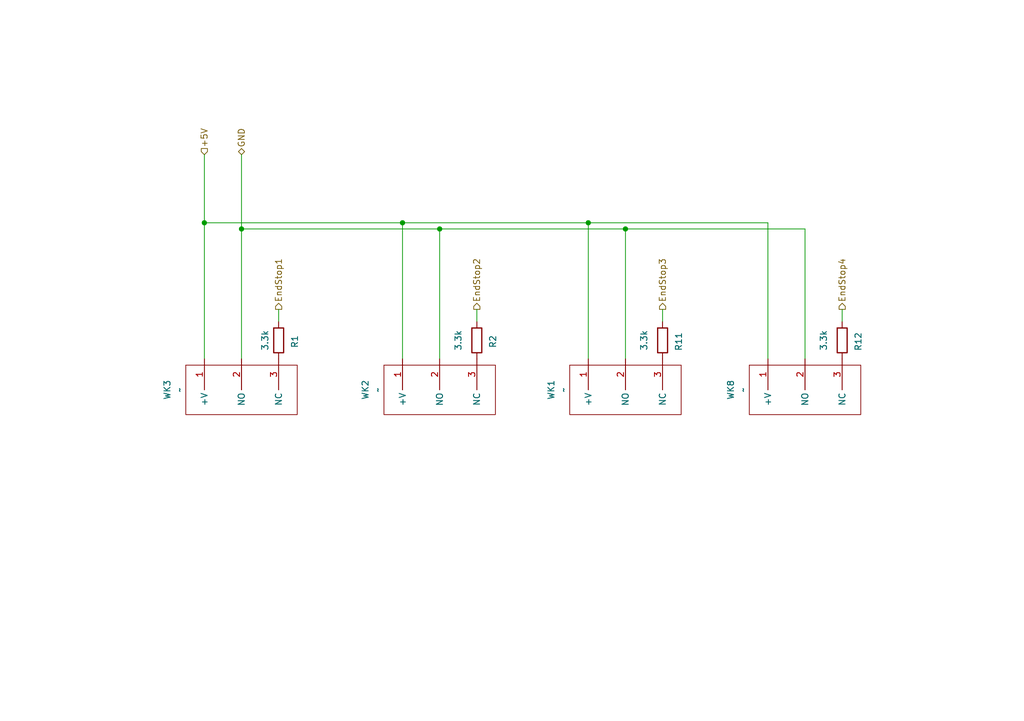
<source format=kicad_sch>
(kicad_sch
	(version 20231120)
	(generator "eeschema")
	(generator_version "8.0")
	(uuid "510b3b02-dc83-4d01-a93f-a0d70715cf2c")
	(paper "A5")
	(lib_symbols
		(symbol "Device:R"
			(pin_numbers hide)
			(pin_names
				(offset 0)
			)
			(exclude_from_sim no)
			(in_bom yes)
			(on_board yes)
			(property "Reference" "R"
				(at 2.032 0 90)
				(effects
					(font
						(size 1.27 1.27)
					)
				)
			)
			(property "Value" "R"
				(at 0 0 90)
				(effects
					(font
						(size 1.27 1.27)
					)
				)
			)
			(property "Footprint" ""
				(at -1.778 0 90)
				(effects
					(font
						(size 1.27 1.27)
					)
					(hide yes)
				)
			)
			(property "Datasheet" "~"
				(at 0 0 0)
				(effects
					(font
						(size 1.27 1.27)
					)
					(hide yes)
				)
			)
			(property "Description" "Resistor"
				(at 0 0 0)
				(effects
					(font
						(size 1.27 1.27)
					)
					(hide yes)
				)
			)
			(property "ki_keywords" "R res resistor"
				(at 0 0 0)
				(effects
					(font
						(size 1.27 1.27)
					)
					(hide yes)
				)
			)
			(property "ki_fp_filters" "R_*"
				(at 0 0 0)
				(effects
					(font
						(size 1.27 1.27)
					)
					(hide yes)
				)
			)
			(symbol "R_0_1"
				(rectangle
					(start -1.016 -2.54)
					(end 1.016 2.54)
					(stroke
						(width 0.254)
						(type default)
					)
					(fill
						(type none)
					)
				)
			)
			(symbol "R_1_1"
				(pin passive line
					(at 0 3.81 270)
					(length 1.27)
					(name "~"
						(effects
							(font
								(size 1.27 1.27)
							)
						)
					)
					(number "1"
						(effects
							(font
								(size 1.27 1.27)
							)
						)
					)
				)
				(pin passive line
					(at 0 -3.81 90)
					(length 1.27)
					(name "~"
						(effects
							(font
								(size 1.27 1.27)
							)
						)
					)
					(number "2"
						(effects
							(font
								(size 1.27 1.27)
							)
						)
					)
				)
			)
		)
		(symbol "End_stop_mechanical_sensor_1"
			(exclude_from_sim no)
			(in_bom yes)
			(on_board yes)
			(property "Reference" "WK8"
				(at 0 12.7 0)
				(effects
					(font
						(size 1.27 1.27)
					)
				)
			)
			(property "Value" "~"
				(at 0 10.16 0)
				(effects
					(font
						(size 1.27 1.27)
					)
				)
			)
			(property "Footprint" "Connector_Wire:SolderWire-0.127sqmm_1x03_P3.7mm_D0.48mm_OD1mm"
				(at 0 10.668 0)
				(effects
					(font
						(size 1.27 1.27)
					)
					(hide yes)
				)
			)
			(property "Datasheet" ""
				(at 0 10.668 0)
				(effects
					(font
						(size 1.27 1.27)
					)
					(hide yes)
				)
			)
			(property "Description" ""
				(at 0 10.668 0)
				(effects
					(font
						(size 1.27 1.27)
					)
					(hide yes)
				)
			)
			(symbol "End_stop_mechanical_sensor_1_0_1"
				(rectangle
					(start -5.08 8.89)
					(end 5.08 -13.97)
					(stroke
						(width 0)
						(type default)
					)
					(fill
						(type none)
					)
				)
			)
			(symbol "End_stop_mechanical_sensor_1_1_1"
				(pin passive line
					(at 6.35 5.08 180)
					(length 6.35)
					(name "+V"
						(effects
							(font
								(size 1.27 1.27)
							)
						)
					)
					(number "1"
						(effects
							(font
								(size 1.27 1.27)
							)
						)
					)
				)
				(pin passive line
					(at 6.35 -2.54 180)
					(length 6.35)
					(name "NO"
						(effects
							(font
								(size 1.27 1.27)
							)
						)
					)
					(number "2"
						(effects
							(font
								(size 1.27 1.27)
							)
						)
					)
				)
				(pin passive line
					(at 6.35 -10.16 180)
					(length 6.35)
					(name "NC"
						(effects
							(font
								(size 1.27 1.27)
							)
						)
					)
					(number "3"
						(effects
							(font
								(size 1.27 1.27)
							)
						)
					)
				)
			)
		)
	)
	(junction
		(at 49.53 46.99)
		(diameter 0)
		(color 0 0 0 0)
		(uuid "03caef98-cce3-40cf-9e79-793d0c3c4e1a")
	)
	(junction
		(at 120.65 45.72)
		(diameter 0)
		(color 0 0 0 0)
		(uuid "9d93f580-6f2b-4779-b5c9-a42742aa8689")
	)
	(junction
		(at 90.17 46.99)
		(diameter 0)
		(color 0 0 0 0)
		(uuid "cdfaed58-2a87-4504-b86d-eca2a8aaf85e")
	)
	(junction
		(at 128.27 46.99)
		(diameter 0)
		(color 0 0 0 0)
		(uuid "daedb510-0838-4121-a3ee-c73b96741917")
	)
	(junction
		(at 41.91 45.72)
		(diameter 0)
		(color 0 0 0 0)
		(uuid "dbd3ca03-9b39-4d93-bf2b-8b48785a31b9")
	)
	(junction
		(at 82.55 45.72)
		(diameter 0)
		(color 0 0 0 0)
		(uuid "f4159ab9-8c82-404e-abd9-0cf8f258f02f")
	)
	(wire
		(pts
			(xy 82.55 73.66) (xy 82.55 45.72)
		)
		(stroke
			(width 0)
			(type default)
		)
		(uuid "03c42147-ef39-46d9-acd8-050c18f8fac8")
	)
	(wire
		(pts
			(xy 165.1 46.99) (xy 128.27 46.99)
		)
		(stroke
			(width 0)
			(type default)
		)
		(uuid "06fc1840-66a8-4092-abc3-e743e376dd55")
	)
	(wire
		(pts
			(xy 41.91 31.75) (xy 41.91 45.72)
		)
		(stroke
			(width 0)
			(type default)
		)
		(uuid "113135f4-fb36-4971-80d5-aa9108a2c1f6")
	)
	(wire
		(pts
			(xy 97.79 63.5) (xy 97.79 66.04)
		)
		(stroke
			(width 0)
			(type default)
		)
		(uuid "14396733-0341-422f-bfeb-a2849abd9b35")
	)
	(wire
		(pts
			(xy 49.53 46.99) (xy 49.53 73.66)
		)
		(stroke
			(width 0)
			(type default)
		)
		(uuid "229cc981-6221-45c1-9050-5add8aab59d4")
	)
	(wire
		(pts
			(xy 128.27 73.66) (xy 128.27 46.99)
		)
		(stroke
			(width 0)
			(type default)
		)
		(uuid "4c8af223-0a88-49ab-a804-33232850acfc")
	)
	(wire
		(pts
			(xy 157.48 73.66) (xy 157.48 45.72)
		)
		(stroke
			(width 0)
			(type default)
		)
		(uuid "4eaa31d7-6cd8-40ac-9f83-ceccc3793547")
	)
	(wire
		(pts
			(xy 120.65 45.72) (xy 82.55 45.72)
		)
		(stroke
			(width 0)
			(type default)
		)
		(uuid "59332ba0-6bbf-4feb-80dd-776152a4be25")
	)
	(wire
		(pts
			(xy 49.53 31.75) (xy 49.53 46.99)
		)
		(stroke
			(width 0)
			(type default)
		)
		(uuid "62ae1e58-785a-42a5-bd7f-05123fdfc86a")
	)
	(wire
		(pts
			(xy 57.15 63.5) (xy 57.15 66.04)
		)
		(stroke
			(width 0)
			(type default)
		)
		(uuid "69a17024-37c4-4cec-874e-bac03765247a")
	)
	(wire
		(pts
			(xy 165.1 73.66) (xy 165.1 46.99)
		)
		(stroke
			(width 0)
			(type default)
		)
		(uuid "6e36ef06-af2e-4e18-b7c5-40670e569375")
	)
	(wire
		(pts
			(xy 41.91 45.72) (xy 41.91 73.66)
		)
		(stroke
			(width 0)
			(type default)
		)
		(uuid "742f6eb0-5711-439e-a807-7b81681415c0")
	)
	(wire
		(pts
			(xy 90.17 73.66) (xy 90.17 46.99)
		)
		(stroke
			(width 0)
			(type default)
		)
		(uuid "8c89ff8d-91ad-48ec-8b5c-29caf88ac0a7")
	)
	(wire
		(pts
			(xy 172.72 63.5) (xy 172.72 66.04)
		)
		(stroke
			(width 0)
			(type default)
		)
		(uuid "9447ab3b-9bb7-429f-b6fb-b9977b9a7fbb")
	)
	(wire
		(pts
			(xy 135.89 63.5) (xy 135.89 66.04)
		)
		(stroke
			(width 0)
			(type default)
		)
		(uuid "9d9b9833-1562-4498-837d-0a6036e5057d")
	)
	(wire
		(pts
			(xy 82.55 45.72) (xy 41.91 45.72)
		)
		(stroke
			(width 0)
			(type default)
		)
		(uuid "b2f7c3cb-f0fd-4072-b68e-809f0bc7df9a")
	)
	(wire
		(pts
			(xy 128.27 46.99) (xy 90.17 46.99)
		)
		(stroke
			(width 0)
			(type default)
		)
		(uuid "b74b75b5-3756-4928-b8cc-4443a636b64e")
	)
	(wire
		(pts
			(xy 157.48 45.72) (xy 120.65 45.72)
		)
		(stroke
			(width 0)
			(type default)
		)
		(uuid "bda3b16c-ab1f-4d06-9f44-7607622ab6ac")
	)
	(wire
		(pts
			(xy 120.65 73.66) (xy 120.65 45.72)
		)
		(stroke
			(width 0)
			(type default)
		)
		(uuid "c2040be3-af63-4894-a9c8-8ce2075b6706")
	)
	(wire
		(pts
			(xy 90.17 46.99) (xy 49.53 46.99)
		)
		(stroke
			(width 0)
			(type default)
		)
		(uuid "f99f9a6f-723e-4822-8408-7c0f8527e5fc")
	)
	(hierarchical_label "EndStop4"
		(shape output)
		(at 172.72 63.5 90)
		(fields_autoplaced yes)
		(effects
			(font
				(size 1.27 1.27)
			)
			(justify left)
		)
		(uuid "6b284603-8fab-4c12-bbf1-11262f5af143")
	)
	(hierarchical_label "EndStop2"
		(shape output)
		(at 97.79 63.5 90)
		(fields_autoplaced yes)
		(effects
			(font
				(size 1.27 1.27)
			)
			(justify left)
		)
		(uuid "8ad10525-a3df-4284-9901-78471576838b")
	)
	(hierarchical_label "GND"
		(shape bidirectional)
		(at 49.53 31.75 90)
		(fields_autoplaced yes)
		(effects
			(font
				(size 1.27 1.27)
			)
			(justify left)
		)
		(uuid "ac9797ad-c035-40ed-8eea-1ec3190e988a")
	)
	(hierarchical_label "+5V"
		(shape input)
		(at 41.91 31.75 90)
		(fields_autoplaced yes)
		(effects
			(font
				(size 1.27 1.27)
			)
			(justify left)
		)
		(uuid "b3b58e58-68da-4f3c-8997-c9ddb6b169b8")
	)
	(hierarchical_label "EndStop1"
		(shape output)
		(at 57.15 63.5 90)
		(fields_autoplaced yes)
		(effects
			(font
				(size 1.27 1.27)
			)
			(justify left)
		)
		(uuid "e58ce95d-3f32-441d-8815-cd94a87facc9")
	)
	(hierarchical_label "EndStop3"
		(shape output)
		(at 135.89 63.5 90)
		(fields_autoplaced yes)
		(effects
			(font
				(size 1.27 1.27)
			)
			(justify left)
		)
		(uuid "f1b00cd3-477f-4b7c-a188-64150f8fd425")
	)
	(symbol
		(lib_id "Device:R")
		(at 97.79 69.85 180)
		(unit 1)
		(exclude_from_sim no)
		(in_bom yes)
		(on_board yes)
		(dnp no)
		(uuid "0d1f1b85-8ff3-46c1-acf3-d2d788d0a6d5")
		(property "Reference" "R2"
			(at 101.092 70.104 90)
			(effects
				(font
					(size 1.27 1.27)
				)
			)
		)
		(property "Value" "3.3k"
			(at 93.98 69.85 90)
			(effects
				(font
					(size 1.27 1.27)
				)
			)
		)
		(property "Footprint" "Resistor_SMD:R_0805_2012Metric"
			(at 99.568 69.85 90)
			(effects
				(font
					(size 1.27 1.27)
				)
				(hide yes)
			)
		)
		(property "Datasheet" "~"
			(at 97.79 69.85 0)
			(effects
				(font
					(size 1.27 1.27)
				)
				(hide yes)
			)
		)
		(property "Description" "Resistor"
			(at 97.79 69.85 0)
			(effects
				(font
					(size 1.27 1.27)
				)
				(hide yes)
			)
		)
		(pin "1"
			(uuid "4347dfa0-9ced-4b12-8a9a-9b5bb6a72e51")
		)
		(pin "2"
			(uuid "cdb99fed-1398-47ea-af67-bc82c6f18837")
		)
		(instances
			(project "Tester_circut"
				(path "/e9d51b57-f7f4-4dc8-a5d5-c432dd7d472e/94d18c3b-5b78-4afc-915f-ba82f358a063"
					(reference "R2")
					(unit 1)
				)
			)
		)
	)
	(symbol
		(lib_id "Device:R")
		(at 135.89 69.85 180)
		(unit 1)
		(exclude_from_sim no)
		(in_bom yes)
		(on_board yes)
		(dnp no)
		(uuid "13c39f9a-945f-4c7f-a180-55d5266fe9c3")
		(property "Reference" "R11"
			(at 139.192 70.104 90)
			(effects
				(font
					(size 1.27 1.27)
				)
			)
		)
		(property "Value" "3.3k"
			(at 132.08 69.85 90)
			(effects
				(font
					(size 1.27 1.27)
				)
			)
		)
		(property "Footprint" "Resistor_SMD:R_0805_2012Metric"
			(at 137.668 69.85 90)
			(effects
				(font
					(size 1.27 1.27)
				)
				(hide yes)
			)
		)
		(property "Datasheet" "~"
			(at 135.89 69.85 0)
			(effects
				(font
					(size 1.27 1.27)
				)
				(hide yes)
			)
		)
		(property "Description" "Resistor"
			(at 135.89 69.85 0)
			(effects
				(font
					(size 1.27 1.27)
				)
				(hide yes)
			)
		)
		(pin "1"
			(uuid "9dbce86e-6404-4104-b849-e4a6a63ffa98")
		)
		(pin "2"
			(uuid "71b2a7a7-e0ee-4fcd-b60c-de54ca50907b")
		)
		(instances
			(project "Tester_circut"
				(path "/e9d51b57-f7f4-4dc8-a5d5-c432dd7d472e/94d18c3b-5b78-4afc-915f-ba82f358a063"
					(reference "R11")
					(unit 1)
				)
			)
		)
	)
	(symbol
		(lib_name "End_stop_mechanical_sensor_1")
		(lib_id "Sensor:End_stop_mechanical_sensor")
		(at 125.73 80.01 90)
		(unit 1)
		(exclude_from_sim no)
		(in_bom yes)
		(on_board yes)
		(dnp no)
		(fields_autoplaced yes)
		(uuid "4ceb81df-b0dd-4dc3-baa8-35dcb698b6d9")
		(property "Reference" "WK1"
			(at 113.03 80.01 0)
			(effects
				(font
					(size 1.27 1.27)
				)
			)
		)
		(property "Value" "~"
			(at 115.57 80.01 0)
			(effects
				(font
					(size 1.27 1.27)
				)
			)
		)
		(property "Footprint" "Library:END_STOP"
			(at 115.062 80.01 0)
			(effects
				(font
					(size 1.27 1.27)
				)
				(hide yes)
			)
		)
		(property "Datasheet" ""
			(at 115.062 80.01 0)
			(effects
				(font
					(size 1.27 1.27)
				)
				(hide yes)
			)
		)
		(property "Description" ""
			(at 115.062 80.01 0)
			(effects
				(font
					(size 1.27 1.27)
				)
				(hide yes)
			)
		)
		(pin "1"
			(uuid "e138274b-c57e-49bd-9774-76b4ab3fb7e5")
		)
		(pin "3"
			(uuid "3bebb40a-440a-42ee-aaa6-25fa56eec18c")
		)
		(pin "2"
			(uuid "7b80d9af-acbc-43d5-b88f-709eb3f97882")
		)
		(instances
			(project "Tester_circut"
				(path "/e9d51b57-f7f4-4dc8-a5d5-c432dd7d472e/94d18c3b-5b78-4afc-915f-ba82f358a063"
					(reference "WK1")
					(unit 1)
				)
			)
		)
	)
	(symbol
		(lib_id "Device:R")
		(at 57.15 69.85 180)
		(unit 1)
		(exclude_from_sim no)
		(in_bom yes)
		(on_board yes)
		(dnp no)
		(uuid "50fefbe8-1b42-4a3e-a33a-900bee053d5c")
		(property "Reference" "R1"
			(at 60.452 70.104 90)
			(effects
				(font
					(size 1.27 1.27)
				)
			)
		)
		(property "Value" "3.3k"
			(at 54.356 69.85 90)
			(effects
				(font
					(size 1.27 1.27)
				)
			)
		)
		(property "Footprint" "Resistor_SMD:R_0805_2012Metric"
			(at 58.928 69.85 90)
			(effects
				(font
					(size 1.27 1.27)
				)
				(hide yes)
			)
		)
		(property "Datasheet" "~"
			(at 57.15 69.85 0)
			(effects
				(font
					(size 1.27 1.27)
				)
				(hide yes)
			)
		)
		(property "Description" "Resistor"
			(at 57.15 69.85 0)
			(effects
				(font
					(size 1.27 1.27)
				)
				(hide yes)
			)
		)
		(pin "1"
			(uuid "d05969e9-a95c-4bff-992f-969c0475ea1d")
		)
		(pin "2"
			(uuid "2221f650-4ca5-40c1-b609-6d12c8e8d101")
		)
		(instances
			(project "Tester_circut"
				(path "/e9d51b57-f7f4-4dc8-a5d5-c432dd7d472e/94d18c3b-5b78-4afc-915f-ba82f358a063"
					(reference "R1")
					(unit 1)
				)
			)
		)
	)
	(symbol
		(lib_name "End_stop_mechanical_sensor_1")
		(lib_id "Sensor:End_stop_mechanical_sensor")
		(at 87.63 80.01 90)
		(unit 1)
		(exclude_from_sim no)
		(in_bom yes)
		(on_board yes)
		(dnp no)
		(fields_autoplaced yes)
		(uuid "5d8f296a-7360-4681-b2e2-b2e44678dee5")
		(property "Reference" "WK2"
			(at 74.93 80.01 0)
			(effects
				(font
					(size 1.27 1.27)
				)
			)
		)
		(property "Value" "~"
			(at 77.47 80.01 0)
			(effects
				(font
					(size 1.27 1.27)
				)
			)
		)
		(property "Footprint" "Library:END_STOP"
			(at 76.962 80.01 0)
			(effects
				(font
					(size 1.27 1.27)
				)
				(hide yes)
			)
		)
		(property "Datasheet" ""
			(at 76.962 80.01 0)
			(effects
				(font
					(size 1.27 1.27)
				)
				(hide yes)
			)
		)
		(property "Description" ""
			(at 76.962 80.01 0)
			(effects
				(font
					(size 1.27 1.27)
				)
				(hide yes)
			)
		)
		(pin "1"
			(uuid "f5d47760-364d-4152-8e93-f3d1cc057bef")
		)
		(pin "3"
			(uuid "2f4e8694-d268-4511-9732-87f67aca4cfa")
		)
		(pin "2"
			(uuid "0dcc59cb-4187-4ac3-b86b-76eb43c044fc")
		)
		(instances
			(project "Tester_circut"
				(path "/e9d51b57-f7f4-4dc8-a5d5-c432dd7d472e/94d18c3b-5b78-4afc-915f-ba82f358a063"
					(reference "WK2")
					(unit 1)
				)
			)
		)
	)
	(symbol
		(lib_name "End_stop_mechanical_sensor_1")
		(lib_id "Sensor:End_stop_mechanical_sensor")
		(at 162.56 80.01 90)
		(unit 1)
		(exclude_from_sim no)
		(in_bom yes)
		(on_board yes)
		(dnp no)
		(fields_autoplaced yes)
		(uuid "6c169650-41ae-411b-a638-81526a59823d")
		(property "Reference" "WK8"
			(at 149.86 80.01 0)
			(effects
				(font
					(size 1.27 1.27)
				)
			)
		)
		(property "Value" "~"
			(at 152.4 80.01 0)
			(effects
				(font
					(size 1.27 1.27)
				)
			)
		)
		(property "Footprint" "Library:END_STOP"
			(at 151.892 80.01 0)
			(effects
				(font
					(size 1.27 1.27)
				)
				(hide yes)
			)
		)
		(property "Datasheet" ""
			(at 151.892 80.01 0)
			(effects
				(font
					(size 1.27 1.27)
				)
				(hide yes)
			)
		)
		(property "Description" ""
			(at 151.892 80.01 0)
			(effects
				(font
					(size 1.27 1.27)
				)
				(hide yes)
			)
		)
		(pin "1"
			(uuid "3aa32677-b7af-42a2-a323-8f1b4d212ac1")
		)
		(pin "3"
			(uuid "dd74207c-3002-4571-962f-01d86323c80f")
		)
		(pin "2"
			(uuid "140a583e-0c5c-4ddc-a6e5-67e42f0525bf")
		)
		(instances
			(project "Tester_circut"
				(path "/e9d51b57-f7f4-4dc8-a5d5-c432dd7d472e/94d18c3b-5b78-4afc-915f-ba82f358a063"
					(reference "WK8")
					(unit 1)
				)
			)
		)
	)
	(symbol
		(lib_name "End_stop_mechanical_sensor_1")
		(lib_id "Sensor:End_stop_mechanical_sensor")
		(at 46.99 80.01 90)
		(unit 1)
		(exclude_from_sim no)
		(in_bom yes)
		(on_board yes)
		(dnp no)
		(fields_autoplaced yes)
		(uuid "afa5e738-be2f-499a-97ce-0502328998d3")
		(property "Reference" "WK3"
			(at 34.29 80.01 0)
			(effects
				(font
					(size 1.27 1.27)
				)
			)
		)
		(property "Value" "~"
			(at 36.83 80.01 0)
			(effects
				(font
					(size 1.27 1.27)
				)
			)
		)
		(property "Footprint" "Library:END_STOP"
			(at 36.322 80.01 0)
			(effects
				(font
					(size 1.27 1.27)
				)
				(hide yes)
			)
		)
		(property "Datasheet" ""
			(at 36.322 80.01 0)
			(effects
				(font
					(size 1.27 1.27)
				)
				(hide yes)
			)
		)
		(property "Description" ""
			(at 36.322 80.01 0)
			(effects
				(font
					(size 1.27 1.27)
				)
				(hide yes)
			)
		)
		(pin "1"
			(uuid "3d591c92-9681-4099-bb2d-e9f46fb89f4b")
		)
		(pin "3"
			(uuid "e133d8db-f252-40e4-ae9e-822accf9b28b")
		)
		(pin "2"
			(uuid "a94c5b47-c5ef-4d33-8e48-a7cda3f143ec")
		)
		(instances
			(project "Tester_circut"
				(path "/e9d51b57-f7f4-4dc8-a5d5-c432dd7d472e/94d18c3b-5b78-4afc-915f-ba82f358a063"
					(reference "WK3")
					(unit 1)
				)
			)
		)
	)
	(symbol
		(lib_id "Device:R")
		(at 172.72 69.85 180)
		(unit 1)
		(exclude_from_sim no)
		(in_bom yes)
		(on_board yes)
		(dnp no)
		(uuid "e5cac772-b6a8-40a0-8852-ba78444250cf")
		(property "Reference" "R12"
			(at 176.022 70.104 90)
			(effects
				(font
					(size 1.27 1.27)
				)
			)
		)
		(property "Value" "3.3k"
			(at 168.91 69.85 90)
			(effects
				(font
					(size 1.27 1.27)
				)
			)
		)
		(property "Footprint" "Resistor_SMD:R_0805_2012Metric"
			(at 174.498 69.85 90)
			(effects
				(font
					(size 1.27 1.27)
				)
				(hide yes)
			)
		)
		(property "Datasheet" "~"
			(at 172.72 69.85 0)
			(effects
				(font
					(size 1.27 1.27)
				)
				(hide yes)
			)
		)
		(property "Description" "Resistor"
			(at 172.72 69.85 0)
			(effects
				(font
					(size 1.27 1.27)
				)
				(hide yes)
			)
		)
		(pin "1"
			(uuid "b7d5cd6f-5962-4b15-8f19-bf975c585ba5")
		)
		(pin "2"
			(uuid "fba11977-4b7f-4dd0-a88c-ee1d7e582208")
		)
		(instances
			(project "Tester_circut"
				(path "/e9d51b57-f7f4-4dc8-a5d5-c432dd7d472e/94d18c3b-5b78-4afc-915f-ba82f358a063"
					(reference "R12")
					(unit 1)
				)
			)
		)
	)
)

</source>
